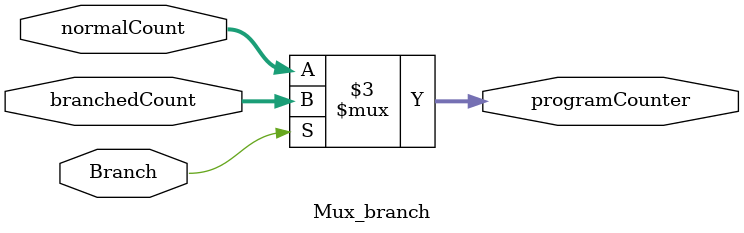
<source format=v>
`timescale 1ns / 1ps

module Mux_branch (
    input Branch,
    input [7:0] branchedCount,
    input [7:0] normalCount,
    output reg [7:0] programCounter
	 );
	 
	 always@(Branch or branchedCount or normalCount) begin
	 	if(Branch) programCounter<=branchedCount;
		else programCounter<=normalCount;
	 end

endmodule
</source>
